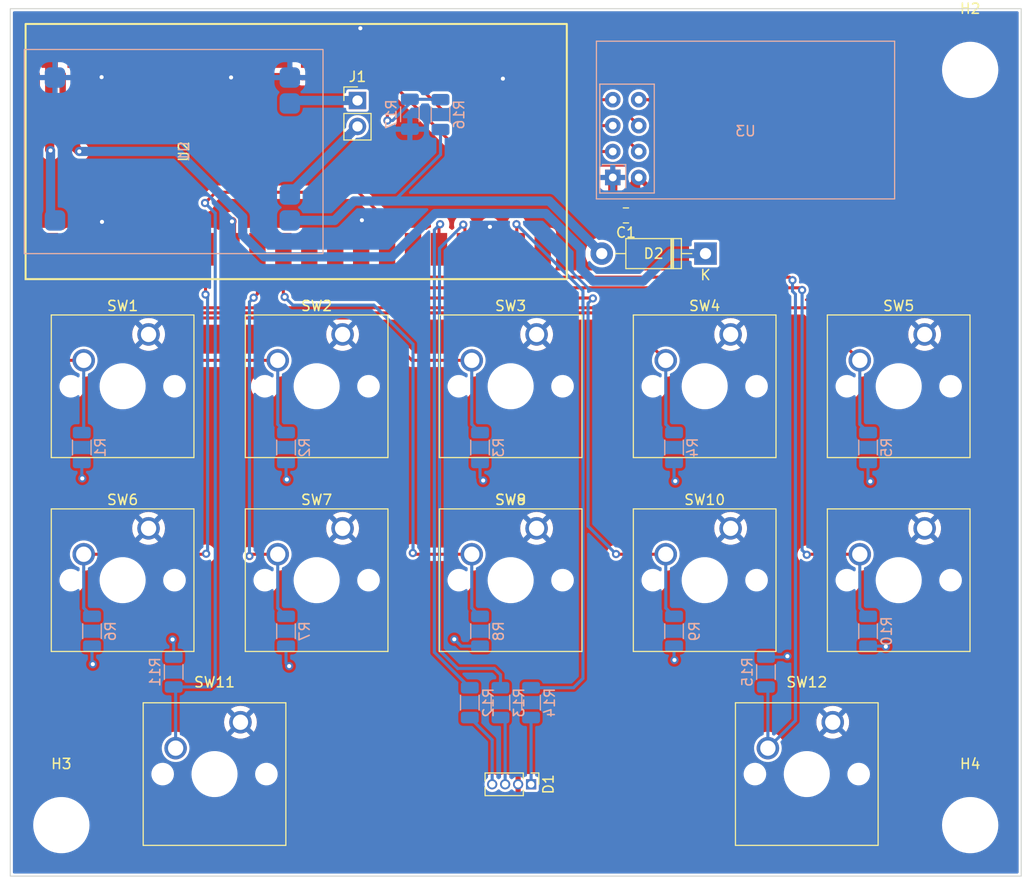
<source format=kicad_pcb>
(kicad_pcb (version 20211014) (generator pcbnew)
  (layers (0 "F.Cu" signal) (31 "B.Cu" signal) (34 "B.Paste" user) (35 "F.Paste" user) (36 "B.SilkS" user "B.Silkscreen") (37 "F.SilkS" user "F.Silkscreen") (38 "B.Mask" user) (39 "F.Mask" user) (44 "Edge.Cuts" user))
  (net 0 "")
  (net 1 "+3V3")
  (net 2 "SW1")
  (net 3 "SW2")
  (net 4 "SW3")
  (net 5 "SW4")
  (net 6 "SW5")
  (net 7 "SW6")
  (net 8 "SW7")
  (net 9 "SW8")
  (net 10 "RED_CATHODE")
  (net 11 "GREEN_CATHODE")
  (net 12 "BLUE_CATHODE")
  (net 13 "GND")
  (net 14 "Net-(D2-Pad1)")
  (net 15 "OUT+")
  (net 16 "SW9")
  (net 17 "SW10")
  (net 18 "SW11")
  (net 19 "SW12")
  (net 20 "IN+")
  (net 21 "B+")
  (net 22 "B-")
  (net 24 "MOSI")
  (net 25 "MISO")
  (net 26 "SCK")
  (net 27 "~{CS}")
  (net 28 "CE")
  (net 29 "INT")
  (net 36 "BAT_MEASURE")
  (net 37 "Net-(R14-Pad1)")
  (net 38 "Net-(R13-Pad1)")
  (net 39 "Net-(R12-Pad1)")
  (footprint "pi_pico:raspberry_pi_pico" (layer "F.Cu") (at 125.5 89.5 90)
    (fp_text reference "U2")
    (fp_text value "RaspberryPi_Pico")
  )
  (footprint "Button_Switch_Keyboard:SW_Cherry_MX_1.00u_PCB" (layer "F.Cu") (at 176.54 145.92)
    (fp_text reference "SW12")
    (fp_text value "mx_switch")
  )
  (footprint "Button_Switch_Keyboard:SW_Cherry_MX_1.00u_PCB" (layer "F.Cu") (at 109.54 126.92)
    (fp_text reference "SW6")
    (fp_text value "mx_switch")
  )
  (footprint "Button_Switch_Keyboard:SW_Cherry_MX_1.00u_PCB" (layer "F.Cu") (at 147.54 126.92)
    (fp_text reference "SW8")
    (fp_text value "mx_switch")
  )
  (footprint "Button_Switch_Keyboard:SW_Cherry_MX_1.00u_PCB" (layer "F.Cu") (at 109.54 107.92)
    (fp_text reference "SW1")
    (fp_text value "mx_switch")
  )
  (footprint "Button_Switch_Keyboard:SW_Cherry_MX_1.00u_PCB" (layer "F.Cu") (at 166.54 126.92)
    (fp_text reference "SW9")
    (fp_text value "mx_switch")
  )
  (footprint "Capacitor_SMD:C_0805_2012Metric" (layer "F.Cu") (at 156.29 96.26 180)
    (fp_text reference "C1")
    (fp_text value "22uF")
  )
  (footprint "Diode_THT:D_DO-41_SOD81_P10.16mm_Horizontal" (layer "F.Cu") (at 164.08 100 180)
    (fp_text reference "D2")
    (fp_text value "1N5819")
  )
  (footprint "Button_Switch_Keyboard:SW_Cherry_MX_1.00u_PCB" (layer "F.Cu") (at 128.54 107.92)
    (fp_text reference "SW2")
    (fp_text value "mx_switch")
  )
  (footprint "Button_Switch_Keyboard:SW_Cherry_MX_1.00u_PCB" (layer "F.Cu") (at 185.54 107.92)
    (fp_text reference "SW5")
    (fp_text value "mx_switch")
  )
  (footprint "Button_Switch_Keyboard:SW_Cherry_MX_1.00u_PCB" (layer "F.Cu") (at 118.54 145.92)
    (fp_text reference "SW11")
    (fp_text value "mx_switch")
  )
  (footprint "Button_Switch_Keyboard:SW_Cherry_MX_1.00u_PCB" (layer "F.Cu") (at 128.54 126.92)
    (fp_text reference "SW7")
    (fp_text value "mx_switch")
  )
  (footprint "Button_Switch_Keyboard:SW_Cherry_MX_1.00u_PCB" (layer "F.Cu") (at 147.54 107.92)
    (fp_text reference "SW3")
    (fp_text value "mx_switch")
  )
  (footprint "Connector_PinHeader_2.54mm:PinHeader_1x02_P2.54mm_Vertical" (layer "F.Cu") (at 130 85)
    (fp_text reference "J1")
    (fp_text value "battery_connector")
  )
  (footprint "MountingHole:MountingHole_5mm" (layer "F.Cu") (at 190 82)
    (fp_text reference "H2")
    (fp_text value "MountingHole")
  )
  (footprint "MountingHole:MountingHole_5mm" (layer "F.Cu") (at 190 156)
    (fp_text reference "H4")
    (fp_text value "MountingHole")
  )
  (footprint "MountingHole:MountingHole_5mm" (layer "F.Cu") (at 101 156)
    (fp_text reference "H3")
    (fp_text value "MountingHole")
  )
  (footprint "Connector_PinHeader_1.27mm:PinHeader_1x04_P1.27mm_Vertical" (layer "F.Cu") (at 147 152 -90)
    (fp_text reference "D1")
    (fp_text value "LED_BAGR")
  )
  (footprint "Button_Switch_Keyboard:SW_Cherry_MX_1.00u_PCB" (layer "F.Cu") (at 185.54 126.92)
    (fp_text reference "SW10")
    (fp_text value "mx_switch")
  )
  (footprint "Button_Switch_Keyboard:SW_Cherry_MX_1.00u_PCB" (layer "F.Cu") (at 166.54 107.92)
    (fp_text reference "SW4")
    (fp_text value "mx_switch")
  )
  (footprint "Resistor_SMD:R_1206_3216Metric" (layer "B.Cu") (at 104 137 90)
    (fp_text reference "R6")
    (fp_text value "TBD")
  )
  (footprint "Resistor_SMD:R_1206_3216Metric" (layer "B.Cu") (at 135.13 86.345 -90)
    (fp_text reference "R17")
    (fp_text value "10kΩ")
  )
  (footprint "Resistor_SMD:R_1206_3216Metric" (layer "B.Cu") (at 142 119 90)
    (fp_text reference "R3")
    (fp_text value "TBD")
  )
  (footprint "Resistor_SMD:R_1206_3216Metric" (layer "B.Cu") (at 123 119 90)
    (fp_text reference "R2")
    (fp_text value "TBD")
  )
  (footprint "Resistor_SMD:R_1206_3216Metric" (layer "B.Cu") (at 123 137 90)
    (fp_text reference "R7")
    (fp_text value "TBD")
  )
  (footprint "modules:tp4056_module" (layer "B.Cu") (at 103.375 94.75)
    (fp_text reference "U1")
    (fp_text value "TP4056_Module")
  )
  (footprint "Resistor_SMD:R_1206_3216Metric" (layer "B.Cu") (at 138.13 86.3825 90)
    (fp_text reference "R16")
    (fp_text value "10kΩ")
  )
  (footprint "Resistor_SMD:R_1206_3216Metric" (layer "B.Cu") (at 112 141 -90)
    (fp_text reference "R11")
    (fp_text value "TBD")
  )
  (footprint "Resistor_SMD:R_1206_3216Metric" (layer "B.Cu") (at 142 137 90)
    (fp_text reference "R8")
    (fp_text value "TBD")
  )
  (footprint "Resistor_SMD:R_1206_3216Metric" (layer "B.Cu") (at 180 119 90)
    (fp_text reference "R5")
    (fp_text value "TBD")
  )
  (footprint "Resistor_SMD:R_1206_3216Metric" (layer "B.Cu") (at 170 141 -90)
    (fp_text reference "R15")
    (fp_text value "TBD")
  )
  (footprint "RF_Module:nRF24L01_Breakout" (layer "B.Cu") (at 155 92.54)
    (fp_text reference "U3")
    (fp_text value "NRF24L01_Breakout")
  )
  (footprint "Resistor_SMD:R_1206_3216Metric" (layer "B.Cu") (at 144 144 90)
    (fp_text reference "R13")
    (fp_text value "TBD")
  )
  (footprint "Resistor_SMD:R_1206_3216Metric" (layer "B.Cu") (at 147 144 90)
    (fp_text reference "R14")
    (fp_text value "TBD")
  )
  (footprint "Resistor_SMD:R_1206_3216Metric" (layer "B.Cu") (at 180 137 90)
    (fp_text reference "R10")
    (fp_text value "TBD")
  )
  (footprint "Resistor_SMD:R_1206_3216Metric" (layer "B.Cu") (at 103 119 90)
    (fp_text reference "R1")
    (fp_text value "TBD")
  )
  (footprint "Resistor_SMD:R_1206_3216Metric" (layer "B.Cu") (at 141 144 90)
    (fp_text reference "R12")
    (fp_text value "TBD")
  )
  (footprint "Resistor_SMD:R_1206_3216Metric" (layer "B.Cu") (at 161 119 90)
    (fp_text reference "R4")
    (fp_text value "TBD")
  )
  (footprint "Resistor_SMD:R_1206_3216Metric" (layer "B.Cu") (at 161 137 90)
    (fp_text reference "R9")
    (fp_text value "TBD")
  )
  (gr_rect (start 96 76) (end 195 161) (layer "Edge.Cuts") (width 0.1) (fill none))
  (segment (start 157.24 96.26) (end 157.24 92.84) (width 0.9) (layer "F.Cu") (net 1))
  (segment (start 157.24 92.84) (end 157.54 92.54) (width 0.9) (layer "F.Cu") (net 1))
  (via (at 123.08 122.13) (size 0.8) (drill 0.4) (layers "F.Cu" "B.Cu") (net 1))
  (via (at 181.74 138.51) (size 0.8) (drill 0.4) (layers "F.Cu" "B.Cu") (net 1))
  (via (at 142.31 122.23) (size 0.8) (drill 0.4) (layers "F.Cu" "B.Cu") (net 1))
  (via (at 104.08 140.23) (size 0.8) (drill 0.4) (layers "F.Cu" "B.Cu") (net 1))
  (via (at 172.1 139.45) (size 0.8) (drill 0.4) (layers "F.Cu" "B.Cu") (net 1))
  (via (at 103.05 122.03) (size 0.8) (drill 0.4) (layers "F.Cu" "B.Cu") (net 1))
  (via (at 161.12 122.29) (size 0.8) (drill 0.4) (layers "F.Cu" "B.Cu") (net 1))
  (via (at 139.48 137.79) (size 0.8) (drill 0.4) (layers "F.Cu" "B.Cu") (net 1))
  (via (at 180.22 122.32) (size 0.8) (drill 0.4) (layers "F.Cu" "B.Cu") (net 1))
  (via (at 123.31 140.42) (size 0.8) (drill 0.4) (layers "F.Cu" "B.Cu") (net 1))
  (via (at 111.89 137.81) (size 0.8) (drill 0.4) (layers "F.Cu" "B.Cu") (net 1))
  (via (at 161.04 139.82) (size 0.8) (drill 0.4) (layers "F.Cu" "B.Cu") (net 1))
  (segment (start 112 137.92) (end 111.89 137.81) (width 0.3) (layer "B.Cu") (net 1))
  (segment (start 180 138.4625) (end 181.6925 138.4625) (width 0.3) (layer "B.Cu") (net 1))
  (segment (start 161 139.78) (end 161.04 139.82) (width 0.3) (layer "B.Cu") (net 1))
  (segment (start 161 138.4625) (end 161 139.78) (width 0.3) (layer "B.Cu") (net 1))
  (segment (start 142 120.4625) (end 142 121.92) (width 0.3) (layer "B.Cu") (net 1))
  (segment (start 123 122.05) (end 123.08 122.13) (width 0.3) (layer "B.Cu") (net 1))
  (segment (start 123 140.11) (end 123.31 140.42) (width 0.3) (layer "B.Cu") (net 1))
  (segment (start 112 139.5375) (end 112 137.92) (width 0.3) (layer "B.Cu") (net 1))
  (segment (start 170 139.5375) (end 172.0125 139.5375) (width 0.3) (layer "B.Cu") (net 1))
  (segment (start 104 138.4625) (end 104 140.15) (width 0.3) (layer "B.Cu") (net 1))
  (segment (start 180 120.4625) (end 180 122.1) (width 0.3) (layer "B.Cu") (net 1))
  (segment (start 172.0125 139.5375) (end 172.1 139.45) (width 0.3) (layer "B.Cu") (net 1))
  (segment (start 161 120.4625) (end 161 122.17) (width 0.3) (layer "B.Cu") (net 1))
  (segment (start 123 120.4625) (end 123 122.05) (width 0.3) (layer "B.Cu") (net 1))
  (segment (start 103 120.4625) (end 103 121.98) (width 0.3) (layer "B.Cu") (net 1))
  (segment (start 140.1525 138.4625) (end 139.48 137.79) (width 0.3) (layer "B.Cu") (net 1))
  (segment (start 142 138.4625) (end 140.1525 138.4625) (width 0.3) (layer "B.Cu") (net 1))
  (segment (start 180 122.1) (end 180.22 122.32) (width 0.3) (layer "B.Cu") (net 1))
  (segment (start 104 140.15) (end 104.08 140.23) (width 0.3) (layer "B.Cu") (net 1))
  (segment (start 181.6925 138.4625) (end 181.74 138.51) (width 0.3) (layer "B.Cu") (net 1))
  (segment (start 142 121.92) (end 142.31 122.23) (width 0.3) (layer "B.Cu") (net 1))
  (segment (start 161 122.17) (end 161.12 122.29) (width 0.3) (layer "B.Cu") (net 1))
  (segment (start 103 121.98) (end 103.05 122.03) (width 0.3) (layer "B.Cu") (net 1))
  (segment (start 123 138.4625) (end 123 140.11) (width 0.3) (layer "B.Cu") (net 1))
  (segment (start 99.88 109.31) (end 101.03 110.46) (width 0.3) (layer "F.Cu") (net 2))
  (segment (start 99.88 99.58) (end 99.88 109.31) (width 0.3) (layer "F.Cu") (net 2))
  (segment (start 101.03 110.46) (end 103.19 110.46) (width 0.3) (layer "F.Cu") (net 2))
  (segment (start 103.19 117.3475) (end 103.19 110.46) (width 0.3) (layer "B.Cu") (net 2))
  (segment (start 103 117.5375) (end 103.19 117.3475) (width 0.3) (layer "B.Cu") (net 2))
  (segment (start 102.42 104.12) (end 104.46 106.16) (width 0.3) (layer "F.Cu") (net 3))
  (segment (start 104.46 106.16) (end 110.33 106.16) (width 0.3) (layer "F.Cu") (net 3))
  (segment (start 114.63 110.46) (end 122.19 110.46) (width 0.3) (layer "F.Cu") (net 3))
  (segment (start 110.33 106.16) (end 114.63 110.46) (width 0.3) (layer "F.Cu") (net 3))
  (segment (start 102.42 99.58) (end 102.42 104.12) (width 0.3) (layer "F.Cu") (net 3))
  (segment (start 122.19 116.7275) (end 122.19 110.46) (width 0.3) (layer "B.Cu") (net 3))
  (segment (start 123 117.5375) (end 122.19 116.7275) (width 0.3) (layer "B.Cu") (net 3))
  (segment (start 131.18 106.31) (end 135.33 110.46) (width 0.3) (layer "F.Cu") (net 4))
  (segment (start 135.33 110.46) (end 141.19 110.46) (width 0.3) (layer "F.Cu") (net 4))
  (segment (start 110.536909 105.660481) (end 111.186428 106.31) (width 0.3) (layer "F.Cu") (net 4))
  (segment (start 111.186428 106.31) (end 131.18 106.31) (width 0.3) (layer "F.Cu") (net 4))
  (segment (start 107.5 99.58) (end 107.5 104.4) (width 0.3) (layer "F.Cu") (net 4))
  (segment (start 108.76048 105.66048) (end 110.536909 105.660481) (width 0.3) (layer "F.Cu") (net 4))
  (segment (start 107.5 104.4) (end 108.76048 105.66048) (width 0.3) (layer "F.Cu") (net 4))
  (segment (start 142 117.5375) (end 141.19 116.7275) (width 0.3) (layer "B.Cu") (net 4))
  (segment (start 141.19 116.7275) (end 141.19 110.46) (width 0.3) (layer "B.Cu") (net 4))
  (segment (start 155.54048 105.81048) (end 160.19 110.46) (width 0.3) (layer "F.Cu") (net 5))
  (segment (start 110.04 99.58) (end 110.04 104.457145) (width 0.3) (layer "F.Cu") (net 5))
  (segment (start 110.04 104.457145) (end 111.393335 105.81048) (width 0.3) (layer "F.Cu") (net 5))
  (segment (start 111.393335 105.81048) (end 155.54048 105.81048) (width 0.3) (layer "F.Cu") (net 5))
  (segment (start 160.19 116.7275) (end 160.19 110.46) (width 0.3) (layer "B.Cu") (net 5))
  (segment (start 161 117.5375) (end 160.19 116.7275) (width 0.3) (layer "B.Cu") (net 5))
  (segment (start 112.58 104.62) (end 113.27096 105.31096) (width 0.3) (layer "F.Cu") (net 6))
  (segment (start 113.27096 105.31096) (end 174.04096 105.31096) (width 0.3) (layer "F.Cu") (net 6))
  (segment (start 174.04096 105.31096) (end 179.19 110.46) (width 0.3) (layer "F.Cu") (net 6))
  (segment (start 112.58 99.58) (end 112.58 104.62) (width 0.3) (layer "F.Cu") (net 6))
  (segment (start 180 117.5375) (end 179.19 116.7275) (width 0.3) (layer "B.Cu") (net 6))
  (segment (start 179.19 116.7275) (end 179.19 110.46) (width 0.3) (layer "B.Cu") (net 6))
  (segment (start 115.18 129.41) (end 115.13 129.46) (width 0.3) (layer "F.Cu") (net 7))
  (segment (start 115.13 129.46) (end 103.19 129.46) (width 0.3) (layer "F.Cu") (net 7))
  (segment (start 115.12 104.01) (end 115.12 99.58) (width 0.3) (layer "F.Cu") (net 7))
  (via (at 115.18 129.41) (size 0.8) (drill 0.4) (layers "F.Cu" "B.Cu") (net 7))
  (via (at 115.12 104.01) (size 0.8) (drill 0.4) (layers "F.Cu" "B.Cu") (net 7))
  (segment (start 103.19 134.7275) (end 103.19 129.46) (width 0.3) (layer "B.Cu") (net 7))
  (segment (start 115.32 104.21) (end 115.32 129.27) (width 0.3) (layer "B.Cu") (net 7))
  (segment (start 104 135.5375) (end 103.19 134.7275) (width 0.3) (layer "B.Cu") (net 7))
  (segment (start 115.12 104.01) (end 115.32 104.21) (width 0.3) (layer "B.Cu") (net 7))
  (segment (start 115.32 129.27) (end 115.18 129.41) (width 0.3) (layer "B.Cu") (net 7))
  (segment (start 119.83 104.32) (end 120.2 103.95) (width 0.3) (layer "F.Cu") (net 8))
  (segment (start 119.6 129.46) (end 119.42 129.64) (width 0.3) (layer "F.Cu") (net 8))
  (segment (start 122.19 129.46) (end 119.6 129.46) (width 0.3) (layer "F.Cu") (net 8))
  (segment (start 120.2 103.95) (end 120.2 99.58) (width 0.3) (layer "F.Cu") (net 8))
  (via (at 119.42 129.64) (size 0.8) (drill 0.4) (layers "F.Cu" "B.Cu") (net 8))
  (via (at 119.83 104.32) (size 0.8) (drill 0.4) (layers "F.Cu" "B.Cu") (net 8))
  (segment (start 119.83 104.32) (end 119.42 104.73) (width 0.3) (layer "B.Cu") (net 8))
  (segment (start 123 135.5375) (end 122.19 134.7275) (width 0.3) (layer "B.Cu") (net 8))
  (segment (start 119.42 104.73) (end 119.42 129.64) (width 0.3) (layer "B.Cu") (net 8))
  (segment (start 122.19 134.7275) (end 122.19 129.46) (width 0.3) (layer "B.Cu") (net 8))
  (segment (start 122.74 104.12) (end 122.74 99.58) (width 0.3) (layer "F.Cu") (net 9))
  (segment (start 135.54 129.46) (end 141.19 129.46) (width 0.3) (layer "F.Cu") (net 9))
  (segment (start 122.87 104.25) (end 122.74 104.12) (width 0.3) (layer "F.Cu") (net 9))
  (segment (start 135.42 129.34) (end 135.54 129.46) (width 0.3) (layer "F.Cu") (net 9))
  (via (at 135.42 129.34) (size 0.8) (drill 0.4) (layers "F.Cu" "B.Cu") (net 9))
  (via (at 122.87 104.25) (size 0.8) (drill 0.4) (layers "F.Cu" "B.Cu") (net 9))
  (segment (start 142 135.5375) (end 141.19 134.7275) (width 0.3) (layer "B.Cu") (net 9))
  (segment (start 141.19 134.7275) (end 141.19 129.46) (width 0.3) (layer "B.Cu") (net 9))
  (segment (start 131.61 105.05) (end 135.44 108.88) (width 0.3) (layer "B.Cu") (net 9))
  (segment (start 135.44 108.88) (end 135.44 129.318204) (width 0.3) (layer "B.Cu") (net 9))
  (segment (start 123.67 105.05) (end 131.61 105.05) (width 0.3) (layer "B.Cu") (net 9))
  (segment (start 135.44 129.318204) (end 135.42 129.34) (width 0.3) (layer "B.Cu") (net 9))
  (segment (start 122.87 104.25) (end 123.67 105.05) (width 0.3) (layer "B.Cu") (net 9))
  (segment (start 135.42 129.34) (end 135.417264 129.34094) (width 0.3) (layer "B.Cu") (net 9))
  (segment (start 137.98 99.58) (end 137.98 97.2295) (width 0.3) (layer "F.Cu") (net 10))
  (segment (start 137.98 97.2295) (end 138.09 97.1195) (width 0.3) (layer "F.Cu") (net 10))
  (via (at 138.09 97.1195) (size 0.8) (drill 0.4) (layers "F.Cu" "B.Cu") (net 10))
  (segment (start 137.53 139.0675) (end 141 142.5375) (width 0.3) (layer "B.Cu") (net 10))
  (segment (start 138.09 97.1195) (end 137.53 97.6795) (width 0.3) (layer "B.Cu") (net 10))
  (segment (start 137.53 97.6795) (end 137.53 139.0675) (width 0.3) (layer "B.Cu") (net 10))
  (segment (start 140.52 97.32) (end 140.36 97.16) (width 0.3) (layer "F.Cu") (net 11))
  (segment (start 140.52 99.58) (end 140.52 97.32) (width 0.3) (layer "F.Cu") (net 11))
  (via (at 140.36 97.16) (size 0.8) (drill 0.4) (layers "F.Cu" "B.Cu") (net 11))
  (segment (start 138.02952 99.49048) (end 138.02952 138.860592) (width 0.3) (layer "B.Cu") (net 11))
  (segment (start 144 141.26) (end 144 142.5375) (width 0.3) (layer "B.Cu") (net 11))
  (segment (start 138.02952 138.860592) (end 139.818928 140.65) (width 0.3) (layer "B.Cu") (net 11))
  (segment (start 140.36 97.16) (end 138.02952 99.49048) (width 0.3) (layer "B.Cu") (net 11))
  (segment (start 139.818928 140.65) (end 143.39 140.65) (width 0.3) (layer "B.Cu") (net 11))
  (segment (start 143.39 140.65) (end 144 141.26) (width 0.3) (layer "B.Cu") (net 11))
  (segment (start 145.6 97.1495) (end 145.57 97.1195) (width 0.3) (layer "F.Cu") (net 12))
  (segment (start 145.6 99.58) (end 145.6 97.1495) (width 0.3) (layer "F.Cu") (net 12))
  (via (at 145.57 97.1195) (size 0.8) (drill 0.4) (layers "F.Cu" "B.Cu") (net 12))
  (segment (start 145.57 97.1195) (end 152.08048 103.62998) (width 0.3) (layer "B.Cu") (net 12))
  (segment (start 152.08048 103.62998) (end 152.08048 141.61952) (width 0.3) (layer "B.Cu") (net 12))
  (segment (start 152.08048 141.61952) (end 151.1625 142.5375) (width 0.3) (layer "B.Cu") (net 12))
  (segment (start 151.1625 142.5375) (end 147 142.5375) (width 0.3) (layer "B.Cu") (net 12))
  (segment (start 117.64 80.2) (end 117.64 82.72) (width 0.9) (layer "F.Cu") (net 13))
  (segment (start 143.06 97.47) (end 143.06 99.58) (width 0.9) (layer "F.Cu") (net 13))
  (segment (start 104.96 99.58) (end 104.96 96.91) (width 0.9) (layer "F.Cu") (net 13))
  (segment (start 130.28 77.92) (end 130.28 80.14) (width 0.9) (layer "F.Cu") (net 13))
  (segment (start 155 95.92) (end 155.34 96.26) (width 0.9) (layer "F.Cu") (net 13))
  (segment (start 117.64 82.72) (end 117.62 82.74) (width 0.9) (layer "F.Cu") (net 13))
  (segment (start 144.24 82.86) (end 143.04 81.66) (width 0.9) (layer "F.Cu") (net 13))
  (segment (start 130.36 99.58) (end 130.36 96.8) (width 0.9) (layer "F.Cu") (net 13))
  (segment (start 104.96 96.91) (end 104.98 96.89) (width 0.9) (layer "F.Cu") (net 13))
  (segment (start 155 92.54) (end 155 95.92) (width 0.9) (layer "F.Cu") (net 13))
  (segment (start 130.28 80.14) (end 130.34 80.2) (width 0.9) (layer "F.Cu") (net 13))
  (segment (start 142.97 97.38) (end 143.06 97.47) (width 0.9) (layer "F.Cu") (net 13))
  (segment (start 117.66 96.9) (end 117.71 96.85) (width 0.9) (layer "F.Cu") (net 13))
  (segment (start 143.04 81.66) (end 143.04 80.2) (width 0.9) (layer "F.Cu") (net 13))
  (segment (start 104.94 80.2) (end 104.94 82.71) (width 0.9) (layer "F.Cu") (net 13))
  (segment (start 117.66 99.58) (end 117.66 96.9) (width 0.9) (layer "F.Cu") (net 13))
  (segment (start 130.36 96.8) (end 130.43 96.73) (width 0.9) (layer "F.Cu") (net 13))
  (via (at 104.98 96.89) (size 0.8) (drill 0.4) (layers "F.Cu" "B.Cu") (net 13))
  (via (at 130.43 96.73) (size 0.8) (drill 0.4) (layers "F.Cu" "B.Cu") (net 13))
  (via (at 117.62 82.74) (size 0.8) (drill 0.4) (layers "F.Cu" "B.Cu") (net 13))
  (via (at 104.94 82.71) (size 0.8) (drill 0.4) (layers "F.Cu" "B.Cu") (net 13))
  (via (at 144.24 82.86) (size 0.8) (drill 0.4) (layers "F.Cu" "B.Cu") (net 13))
  (via (at 117.71 96.85) (size 0.8) (drill 0.4) (layers "F.Cu" "B.Cu") (net 13))
  (via (at 130.28 77.92) (size 0.8) (drill 0.4) (layers "F.Cu" "B.Cu") (net 13))
  (via (at 142.97 97.38) (size 0.8) (drill 0.4) (layers "F.Cu" "B.Cu") (net 13))
  (segment (start 102.4 80.2) (end 102.4 89.63) (width 0.9) (layer "F.Cu") (net 14))
  (segment (start 102.4 89.63) (end 102.76 89.99) (width 0.9) (layer "F.Cu") (net 14))
  (via (at 102.76 89.99) (size 0.8) (drill 0.4) (layers "F.Cu" "B.Cu") (net 14))
  (segment (start 151.87 99.504956) (end 151.87 101.48) (width 0.9) (layer "B.Cu") (net 14))
  (segment (start 157.98 102.7) (end 160.68 100) (width 0.9) (layer "B.Cu") (net 14))
  (segment (start 148.435044 96.07) (end 151.87 99.504956) (width 0.9) (layer "B.Cu") (net 14))
  (segment (start 112.334234 89.99) (end 118.759511 96.415277) (width 0.9) (layer "B.Cu") (net 14))
  (segment (start 118.759511 96.415277) (end 118.759511 98.189511) (width 0.9) (layer "B.Cu") (net 14))
  (segment (start 137.6 96.07) (end 148.435044 96.07) (width 0.9) (layer "B.Cu") (net 14))
  (segment (start 118.759511 98.189511) (end 120.89 100.32) (width 0.9) (layer "B.Cu") (net 14))
  (segment (start 153.09 102.7) (end 157.98 102.7) (width 0.9) (layer "B.Cu") (net 14))
  (segment (start 151.87 101.48) (end 153.09 102.7) (width 0.9) (layer "B.Cu") (net 14))
  (segment (start 133.35 100.32) (end 137.6 96.07) (width 0.9) (layer "B.Cu") (net 14))
  (segment (start 102.76 89.99) (end 112.334234 89.99) (width 0.9) (layer "B.Cu") (net 14))
  (segment (start 120.89 100.32) (end 133.35 100.32) (width 0.9) (layer "B.Cu") (net 14))
  (segment (start 160.68 100) (end 164.08 100) (width 0.9) (layer "B.Cu") (net 14))
  (segment (start 127.75 96.75) (end 129.65 94.85) (width 0.9) (layer "B.Cu") (net 15))
  (segment (start 133.54 94.89) (end 138.13 90.3) (width 0.3) (layer "B.Cu") (net 15))
  (segment (start 129.65 94.85) (end 148.77 94.85) (width 0.9) (layer "B.Cu") (net 15))
  (segment (start 148.77 94.85) (end 153.92 100) (width 0.9) (layer "B.Cu") (net 15))
  (segment (start 123.375 96.75) (end 123.445 96.82) (width 0.3) (layer "B.Cu") (net 15))
  (segment (start 138.13 90.3) (end 138.13 87.845) (width 0.3) (layer "B.Cu") (net 15))
  (segment (start 123.375 96.75) (end 127.75 96.75) (width 0.9) (layer "B.Cu") (net 15))
  (segment (start 123.445 96.82) (end 127.8 96.82) (width 0.3) (layer "B.Cu") (net 15))
  (segment (start 129.73 94.89) (end 133.54 94.89) (width 0.3) (layer "B.Cu") (net 15))
  (segment (start 127.8 96.82) (end 129.73 94.89) (width 0.3) (layer "B.Cu") (net 15))
  (segment (start 155.32 129.44) (end 155.34 129.46) (width 0.3) (layer "F.Cu") (net 16))
  (segment (start 153.05 104.39) (end 153.011441 104.351441) (width 0.3) (layer "F.Cu") (net 16))
  (segment (start 125.28 103.82) (end 125.28 99.58) (width 0.3) (layer "F.Cu") (net 16))
  (segment (start 125.811441 104.351441) (end 125.28 103.82) (width 0.3) (layer "F.Cu") (net 16))
  (segment (start 153.011441 104.351441) (end 125.811441 104.351441) (width 0.3) (layer "F.Cu") (net 16))
  (segment (start 155.34 129.46) (end 160.19 129.46) (width 0.3) (layer "F.Cu") (net 16))
  (via (at 155.32 129.44) (size 0.8) (drill 0.4) (layers "F.Cu" "B.Cu") (net 16))
  (via (at 153.05 104.39) (size 0.8) (drill 0.4) (layers "F.Cu" "B.Cu") (net 16))
  (segment (start 161 135.5375) (end 160.19 134.7275) (width 0.3) (layer "B.Cu") (net 16))
  (segment (start 152.58 104.86) (end 152.58 126.7) (width 0.3) (layer "B.Cu") (net 16))
  (segment (start 153.05 104.39) (end 152.58 104.86) (width 0.3) (layer "B.Cu") (net 16))
  (segment (start 160.19 134.7275) (end 160.19 129.46) (width 0.3) (layer "B.Cu") (net 16))
  (segment (start 152.58 126.7) (end 155.32 129.44) (width 0.3) (layer "B.Cu") (net 16))
  (segment (start 127.82 99.58) (end 127.82 102.15) (width 0.3) (layer "F.Cu") (net 17))
  (segment (start 174.05 129.46) (end 179.19 129.46) (width 0.3) (layer "F.Cu") (net 17))
  (segment (start 174 129.51) (end 174.05 129.46) (width 0.3) (layer "F.Cu") (net 17))
  (segment (start 173.32195 103.35195) (end 173.54 103.57) (width 0.3) (layer "F.Cu") (net 17))
  (segment (start 129.02195 103.35195) (end 173.32195 103.35195) (width 0.3) (layer "F.Cu") (net 17))
  (segment (start 127.82 102.15) (end 129.02195 103.35195) (width 0.3) (layer "F.Cu") (net 17))
  (via (at 174 129.51) (size 0.8) (drill 0.4) (layers "F.Cu" "B.Cu") (net 17))
  (via (at 173.54 103.57) (size 0.8) (drill 0.4) (layers "F.Cu" "B.Cu") (net 17))
  (segment (start 180 135.5375) (end 179.19 134.7275) (width 0.3) (layer "B.Cu") (net 17))
  (segment (start 173.54 103.57) (end 173.54 129.05) (width 0.3) (layer "B.Cu") (net 17))
  (segment (start 179.19 134.7275) (end 179.19 129.46) (width 0.3) (layer "B.Cu") (net 17))
  (segment (start 173.54 129.05) (end 174 129.51) (width 0.3) (layer "B.Cu") (net 17))
  (segment (start 130.09 93.99) (end 132.9 96.8) (width 0.3) (layer "F.Cu") (net 18))
  (segment (start 132.9 96.8) (end 132.9 99.58) (width 0.3) (layer "F.Cu") (net 18))
  (segment (start 116.12 93.99) (end 130.09 93.99) (width 0.3) (layer "F.Cu") (net 18))
  (segment (start 115.07 95.04) (end 116.12 93.99) (width 0.3) (layer "F.Cu") (net 18))
  (via (at 115.07 95.04) (size 0.8) (drill 0.4) (layers "F.Cu" "B.Cu") (net 18))
  (segment (start 112.19 142.6525) (end 112.19 148.46) (width 0.3) (layer "B.Cu") (net 18))
  (segment (start 112 142.4625) (end 112.19 142.6525) (width 0.3) (layer "B.Cu") (net 18))
  (segment (start 116.069511 96.039511) (end 116.069511 141.980489) (width 0.3) (layer "B.Cu") (net 18))
  (segment (start 115.5875 142.4625) (end 112 142.4625) (width 0.3) (layer "B.Cu") (net 18))
  (segment (start 115.07 95.04) (end 116.069511 96.039511) (width 0.3) (layer "B.Cu") (net 18))
  (segment (start 116.069511 141.980489) (end 115.5875 142.4625) (width 0.3) (layer "B.Cu") (net 18))
  (segment (start 135.44 101.37) (end 135.44 99.58) (width 0.3) (layer "F.Cu") (net 19))
  (segment (start 136.38 102.31) (end 135.44 101.37) (width 0.3) (layer "F.Cu") (net 19))
  (segment (start 172.30755 102.31) (end 136.38 102.31) (width 0.3) (layer "F.Cu") (net 19))
  (segment (start 172.6 102.60245) (end 172.30755 102.31) (width 0.3) (layer "F.Cu") (net 19))
  (via (at 172.6 102.60245) (size 0.8) (drill 0.4) (layers "F.Cu" "B.Cu") (net 19))
  (segment (start 170.19 142.6525) (end 170 142.4625) (width 0.3) (layer "B.Cu") (net 19))
  (segment (start 172.6 102.60245) (end 172.6 103.68997) (width 0.3) (layer "B.Cu") (net 19))
  (segment (start 172.89 145.76) (end 170.19 148.46) (width 0.3) (layer "B.Cu") (net 19))
  (segment (start 172.6 103.68997) (end 172.89 103.97997) (width 0.3) (layer "B.Cu") (net 19))
  (segment (start 172.89 103.97997) (end 172.89 145.76) (width 0.3) (layer "B.Cu") (net 19))
  (segment (start 170.19 148.46) (end 170.19 142.6525) (width 0.3) (layer "B.Cu") (net 19))
  (segment (start 99.86 80.2) (end 99.86 89.82) (width 0.9) (layer "F.Cu") (net 20))
  (segment (start 99.86 89.82) (end 99.94 89.9) (width 0.9) (layer "F.Cu") (net 20))
  (via (at 99.94 89.9) (size 0.8) (drill 0.4) (layers "F.Cu" "B.Cu") (net 20))
  (segment (start 99.94 96.315) (end 100.375 96.75) (width 0.9) (layer "B.Cu") (net 20))
  (segment (start 99.94 89.9) (end 99.94 96.315) (width 0.9) (layer "B.Cu") (net 20))
  (segment (start 123.375 94.165) (end 123.375 94.21) (width 0.9) (layer "B.Cu") (net 21))
  (segment (start 130 87.54) (end 123.375 94.165) (width 0.9) (layer "B.Cu") (net 21))
  (segment (start 130 85) (end 123.665 85) (width 0.9) (layer "B.Cu") (net 22))
  (segment (start 123.665 85) (end 123.375 85.29) (width 0.9) (layer "B.Cu") (net 22))
  (segment (start 148.47 80.55) (end 149.18 80.55) (width 0.3) (layer "F.Cu") (net 24))
  (segment (start 153.33 80.55) (end 154.751084 80.55) (width 0.3) (layer "F.Cu") (net 24))
  (segment (start 150.68 80.55) (end 150.68 80.2) (width 0.3) (layer "F.Cu") (net 24))
  (segment (start 154.751084 80.55) (end 155.12 80.55) (width 0.3) (layer "F.Cu") (net 24))
  (segment (start 152.18 81.25) (end 152.63 81.25) (width 0.3) (layer "F.Cu") (net 24))
  (segment (start 151.03 79.85) (end 151.48 79.85) (width 0.3) (layer "F.Cu") (net 24))
  (segment (start 156.3 86.22) (end 157.54 87.46) (width 0.3) (layer "F.Cu") (net 24))
  (segment (start 155.12 80.55) (end 156.3 81.73) (width 0.3) (layer "F.Cu") (net 24))
  (segment (start 151.83 80.2) (end 151.83 80.55) (width 0.3) (layer "F.Cu") (net 24))
  (segment (start 149.88 81.25) (end 150.33 81.25) (width 0.3) (layer "F.Cu") (net 24))
  (segment (start 151.83 80.55) (end 151.83 80.9) (width 0.3) (layer "F.Cu") (net 24))
  (segment (start 148.12 80.2) (end 148.47 80.55) (width 0.3) (layer "F.Cu") (net 24))
  (segment (start 156.3 81.73) (end 156.3 86.22) (width 0.3) (layer "F.Cu") (net 24))
  (segment (start 150.68 80.9) (end 150.68 80.55) (width 0.3) (layer "F.Cu") (net 24))
  (arc (start 152.63 81.25) (mid 152.877487 81.147487) (end 152.98 80.9) (width 0.3) (layer "F.Cu") (net 24))
  (arc (start 149.18 80.55) (mid 149.427487 80.652513) (end 149.53 80.9) (width 0.3) (layer "F.Cu") (net 24))
  (arc (start 150.68 80.2) (mid 150.782513 79.952513) (end 151.03 79.85) (width 0.3) (layer "F.Cu") (net 24))
  (arc (start 151.48 79.85) (mid 151.727487 79.952513) (end 151.83 80.2) (width 0.3) (layer "F.Cu") (net 24))
  (arc (start 152.98 80.9) (mid 153.082513 80.652513) (end 153.33 80.55) (width 0.3) (layer "F.Cu") (net 24))
  (arc (start 151.83 80.9) (mid 151.932513 81.147487) (end 152.18 81.25) (width 0.3) (layer "F.Cu") (net 24))
  (arc (start 150.33 81.25) (mid 150.577487 81.147487) (end 150.68 80.9) (width 0.3) (layer "F.Cu") (net 24))
  (arc (start 149.53 80.9) (mid 149.632513 81.147487) (end 149.88 81.25) (width 0.3) (layer "F.Cu") (net 24))
  (segment (start 151.215 84.395) (end 151.215 85.545) (width 0.3) (layer "F.Cu") (net 25))
  (segment (start 151.215 84.295) (end 151.215 84.395) (width 0.3) (layer "F.Cu") (net 25))
  (segment (start 150.165 85.545) (end 150.165 84.92) (width 0.3) (layer "F.Cu") (net 25))
  (segment (start 147.87 84.92) (end 145.58 82.63) (width 0.3) (layer "F.Cu") (net 25))
  (segment (start 152.265 84.395) (end 152.265 84.295) (width 0.3) (layer "F.Cu") (net 25))
  (segment (start 148.59 84.92) (end 147.87 84.92) (width 0.3) (layer "F.Cu") (net 25))
  (segment (start 155 84.92) (end 152.79 84.92) (width 0.3) (layer "F.Cu") (net 25))
  (segment (start 149.115 84.295) (end 149.115 84.395) (width 0.3) (layer "F.Cu") (net 25))
  (segment (start 150.165 84.92) (end 150.165 84.295) (width 0.3) (layer "F.Cu") (net 25))
  (segment (start 145.58 82.63) (end 145.58 80.2) (width 0.3) (layer "F.Cu") (net 25))
  (arc (start 151.215 85.545) (mid 151.061231 85.916231) (end 150.69 86.07) (width 0.3) (layer "F.Cu") (net 25))
  (arc (start 151.74 83.77) (mid 151.368769 83.923769) (end 151.215 84.295) (width 0.3) (layer "F.Cu") (net 25))
  (arc (start 150.165 84.295) (mid 150.011231 83.923769) (end 149.64 83.77) (width 0.3) (layer "F.Cu") (net 25))
  (arc (start 149.115 84.395) (mid 148.961231 84.766231) (end 148.59 84.92) (width 0.3) (layer "F.Cu") (net 25))
  (arc (start 152.265 84.295) (mid 152.111231 83.923769) (end 151.74 83.77) (width 0.3) (layer "F.Cu") (net 25))
  (arc (start 149.64 83.77) (mid 149.268769 83.923769) (end 149.115 84.295) (width 0.3) (layer "F.Cu") (net 25))
  (arc (start 150.69 86.07) (mid 150.318769 85.916231) (end 150.165 85.545) (width 0.3) (layer "F.Cu") (net 25))
  (arc (start 152.79 84.92) (mid 152.418769 84.766231) (end 152.265 84.395) (width 0.3) (layer "F.Cu") (net 25))
  (segment (start 146.699308 87.46) (end 140.5 81.260692) (width 0.3) (layer "F.Cu") (net 26))
  (segment (start 140.5 81.260692) (end 140.5 80.2) (width 0.3) (layer "F.Cu") (net 26))
  (segment (start 155 87.46) (end 146.699308 87.46) (width 0.3) (layer "F.Cu") (net 26))
  (segment (start 137.96 82.28) (end 137.96 80.2) (width 0.3) (layer "F.Cu") (net 27))
  (segment (start 156.28 88.74) (end 144.42 88.74) (width 0.3) (layer "F.Cu") (net 27))
  (segment (start 144.42 88.74) (end 137.96 82.28) (width 0.3) (layer "F.Cu") (net 27))
  (segment (start 157.54 90) (end 156.28 88.74) (width 0.3) (layer "F.Cu") (net 27))
  (segment (start 135.42 83.05) (end 135.42 80.2) (width 0.3) (layer "F.Cu") (net 28))
  (segment (start 155 90) (end 142.37 90) (width 0.3) (layer "F.Cu") (net 28))
  (segment (start 142.37 90) (end 135.42 83.05) (width 0.3) (layer "F.Cu") (net 28))
  (segment (start 159.5 85.89) (end 158.53 84.92) (width 0.3) (layer "F.Cu") (net 29))
  (segment (start 132.88 80.2) (end 132.88 82.82) (width 0.3) (layer "F.Cu") (net 29))
  (segment (start 158.5 91.33) (end 159.5 90.33) (width 0.3) (layer "F.Cu") (net 29))
  (segment (start 159.5 90.33) (end 159.5 85.89) (width 0.3) (layer "F.Cu") (net 29))
  (segment (start 132.88 82.82) (end 141.39 91.33) (width 0.3) (layer "F.Cu") (net 29))
  (segment (start 141.39 91.33) (end 158.5 91.33) (width 0.3) (layer "F.Cu") (net 29))
  (segment (start 158.53 84.92) (end 157.54 84.92) (width 0.3) (layer "F.Cu") (net 29))
  (segment (start 132.93 86.96) (end 132.93 84.48) (width 0.3) (layer "F.Cu") (net 36))
  (segment (start 131.32 82.87) (end 124.59 82.87) (width 0.3) (layer "F.Cu") (net 36))
  (segment (start 132.93 84.48) (end 131.32 82.87) (width 0.3) (layer "F.Cu") (net 36))
  (segment (start 124.59 82.87) (end 122.72 81) (width 0.3) (layer "F.Cu") (net 36))
  (segment (start 122.72 81) (end 122.72 80.2) (width 0.3) (layer "F.Cu") (net 36))
  (via (at 132.93 86.96) (size 0.8) (drill 0.4) (layers "F.Cu" "B.Cu") (net 36))
  (segment (start 132.93 86.96) (end 133.44 86.96) (width 0.3) (layer "B.Cu") (net 36))
  (segment (start 135.13 85.27) (end 135.13 84.8825) (width 0.3) (layer "B.Cu") (net 36))
  (segment (start 138.0925 84.8825) (end 138.13 84.92) (width 0.3) (layer "B.Cu") (net 36))
  (segment (start 135.13 84.8825) (end 138.0925 84.8825) (width 0.3) (layer "B.Cu") (net 36))
  (segment (start 133.44 86.96) (end 135.13 85.27) (width 0.3) (layer "B.Cu") (net 36))
  (segment (start 147 152) (end 147 145.6425) (width 0.3) (layer "B.Cu") (net 37))
  (segment (start 147 145.6425) (end 146.91 145.5525) (width 0.3) (layer "B.Cu") (net 37))
  (segment (start 144.46 145.9225) (end 144.46 152) (width 0.3) (layer "B.Cu") (net 38))
  (segment (start 144 145.4625) (end 144.46 145.9225) (width 0.3) (layer "B.Cu") (net 38))
  (segment (start 141 145.4625) (end 143.19 147.6525) (width 0.3) (layer "B.Cu") (net 39))
  (segment (start 143.19 147.6525) (end 143.19 152) (width 0.3) (layer "B.Cu") (net 39))
  (zone (net 1) (net_name "+3V3") (layer "F.Cu") (connect_pads (clearance 0.508)) (min_thickness 0.254) (fill yes (thermal_gap 0.508) (thermal_bridge_width 0.508))
    (polygon (pts (xy 195 161) (xy 96 161) (xy 96 76) (xy 195 76)))
  )
  (zone (net 13) (net_name "GND") (layer "B.Cu") (connect_pads (clearance 0.254)) (min_thickness 0.254) (fill yes (thermal_gap 0.508) (thermal_bridge_width 0.508))
    (polygon (pts (xy 195 161) (xy 96 161) (xy 96 76) (xy 195 76)))
  )
)
</source>
